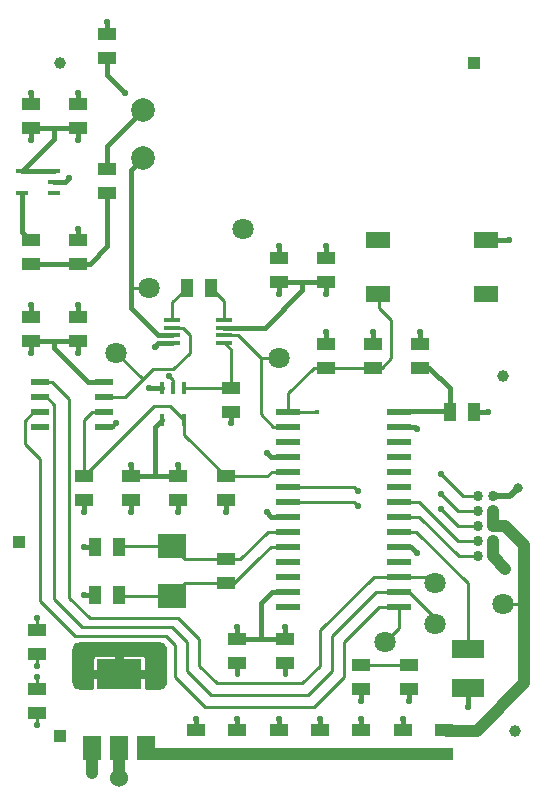
<source format=gbr>
%TF.GenerationSoftware,KiCad,Pcbnew,(5.1.9)-1*%
%TF.CreationDate,2021-03-12T11:46:56-05:00*%
%TF.ProjectId,SensorDemo,53656e73-6f72-4446-956d-6f2e6b696361,rev?*%
%TF.SameCoordinates,PX700e860PY7735940*%
%TF.FileFunction,Copper,L1,Top*%
%TF.FilePolarity,Positive*%
%FSLAX46Y46*%
G04 Gerber Fmt 4.6, Leading zero omitted, Abs format (unit mm)*
G04 Created by KiCad (PCBNEW (5.1.9)-1) date 2021-03-12 11:46:56*
%MOMM*%
%LPD*%
G01*
G04 APERTURE LIST*
%TA.AperFunction,SMDPad,CuDef*%
%ADD10R,1.000000X1.000000*%
%TD*%
%TA.AperFunction,SMDPad,CuDef*%
%ADD11C,1.000000*%
%TD*%
%TA.AperFunction,SMDPad,CuDef*%
%ADD12R,0.450000X1.100000*%
%TD*%
%TA.AperFunction,SMDPad,CuDef*%
%ADD13R,1.100000X0.450000*%
%TD*%
%TA.AperFunction,SMDPad,CuDef*%
%ADD14R,1.450000X0.300000*%
%TD*%
%TA.AperFunction,ComponentPad*%
%ADD15C,1.800000*%
%TD*%
%TA.AperFunction,SMDPad,CuDef*%
%ADD16C,0.863000*%
%TD*%
%TA.AperFunction,SMDPad,CuDef*%
%ADD17R,1.016000X1.524000*%
%TD*%
%TA.AperFunction,SMDPad,CuDef*%
%ADD18R,2.400000X2.000000*%
%TD*%
%TA.AperFunction,SMDPad,CuDef*%
%ADD19R,1.524000X1.016000*%
%TD*%
%TA.AperFunction,SMDPad,CuDef*%
%ADD20R,2.794000X1.524000*%
%TD*%
%TA.AperFunction,SMDPad,CuDef*%
%ADD21R,2.000000X0.600000*%
%TD*%
%TA.AperFunction,SMDPad,CuDef*%
%ADD22C,2.000000*%
%TD*%
%TA.AperFunction,SMDPad,CuDef*%
%ADD23R,1.500000X2.000000*%
%TD*%
%TA.AperFunction,SMDPad,CuDef*%
%ADD24R,3.800000X2.500000*%
%TD*%
%TA.AperFunction,SMDPad,CuDef*%
%ADD25R,1.550000X0.600000*%
%TD*%
%TA.AperFunction,SMDPad,CuDef*%
%ADD26R,2.100000X1.400000*%
%TD*%
%TA.AperFunction,ViaPad*%
%ADD27C,0.550000*%
%TD*%
%TA.AperFunction,ViaPad*%
%ADD28C,1.016000*%
%TD*%
%TA.AperFunction,ViaPad*%
%ADD29C,0.400000*%
%TD*%
%TA.AperFunction,ViaPad*%
%ADD30C,0.800000*%
%TD*%
%TA.AperFunction,ViaPad*%
%ADD31C,1.524000*%
%TD*%
%TA.AperFunction,Conductor*%
%ADD32C,0.381000*%
%TD*%
%TA.AperFunction,Conductor*%
%ADD33C,0.254000*%
%TD*%
%TA.AperFunction,Conductor*%
%ADD34C,1.016000*%
%TD*%
%TA.AperFunction,Conductor*%
%ADD35C,0.508000*%
%TD*%
%TA.AperFunction,Conductor*%
%ADD36C,0.100000*%
%TD*%
G04 APERTURE END LIST*
D10*
%TO.P,FD,~*%
%TO.N,N/C*%
X2000000Y22000000D03*
%TD*%
D11*
%TO.P,FD,~*%
%TO.N,N/C*%
X43000000Y36000000D03*
%TD*%
%TO.P,FD,~*%
%TO.N,N/C*%
X44000000Y6000000D03*
%TD*%
D10*
%TO.P,FD,~*%
%TO.N,N/C*%
X40500000Y62500000D03*
%TD*%
%TO.P,FD,~*%
%TO.N,N/C*%
X5500000Y5500000D03*
%TD*%
D11*
%TO.P,FD,~*%
%TO.N,N/C*%
X5500000Y62500000D03*
%TD*%
D12*
%TO.P,U5,5*%
%TO.N,/Vref*%
X16000000Y32300000D03*
%TO.P,U5,4*%
%TO.N,+3V3*%
X14100000Y32300000D03*
%TO.P,U5,3*%
X14100000Y35000000D03*
%TO.P,U5,2*%
%TO.N,GND*%
X15050000Y35000000D03*
%TO.P,U5,1*%
%TO.N,/Vbias*%
X16000000Y35000000D03*
%TD*%
D13*
%TO.P,U6,5*%
%TO.N,Net-(R10-Pad2)*%
X2300000Y51500000D03*
%TO.P,U6,4*%
%TO.N,+3V3*%
X2300000Y53400000D03*
%TO.P,U6,3*%
X5000000Y53400000D03*
%TO.P,U6,2*%
%TO.N,GND*%
X5000000Y52450000D03*
%TO.P,U6,1*%
%TO.N,N/C*%
X5000000Y51500000D03*
%TD*%
D14*
%TO.P,U4,8*%
%TO.N,Net-(R4-Pad2)*%
X19400000Y40750000D03*
%TO.P,U4,7*%
%TO.N,+3V3*%
X19400000Y40100000D03*
%TO.P,U4,6*%
%TO.N,/sensVal*%
X19400000Y39450000D03*
%TO.P,U4,5*%
%TO.N,/Vbias*%
X19400000Y38800000D03*
%TO.P,U4,4*%
%TO.N,GND*%
X15000000Y38800000D03*
%TO.P,U4,3*%
%TO.N,/Vsen*%
X15000000Y39450000D03*
%TO.P,U4,2*%
%TO.N,Net-(U3-Pad7)*%
X15000000Y40100000D03*
%TO.P,U4,1*%
%TO.N,Net-(R4-Pad1)*%
X15000000Y40750000D03*
%TD*%
D15*
%TO.P,Vsen,1*%
%TO.N,/Vsen*%
X13000000Y43500000D03*
%TD*%
%TO.P,Vdac,1*%
%TO.N,Net-(U3-Pad7)*%
X10250000Y38000000D03*
%TD*%
%TO.P,sensVal,1*%
%TO.N,/sensVal*%
X24000000Y37500000D03*
%TD*%
%TO.P,5V,1*%
%TO.N,+5V*%
X43000000Y16750000D03*
%TD*%
%TO.P,3V3,1*%
%TO.N,+3V3*%
X21000000Y48500000D03*
%TD*%
%TO.P,~CS,1*%
%TO.N,Net-(U2-Pad15)*%
X33000000Y13500000D03*
%TD*%
%TO.P,DIN,1*%
%TO.N,Net-(U2-Pad16)*%
X37250000Y15000000D03*
%TD*%
%TO.P,SCK,1*%
%TO.N,Net-(U2-Pad17)*%
X37250000Y18500000D03*
%TD*%
D16*
%TO.P,P1,6*%
%TO.N,/~MCLR*%
X40865000Y25900000D03*
%TO.P,P1,5*%
%TO.N,+3V3*%
X42135000Y25850000D03*
%TO.P,P1,7*%
%TO.N,/PGC*%
X40865000Y24580000D03*
%TO.P,P1,4*%
%TO.N,+5V*%
X42135000Y24580000D03*
%TO.P,P1,3*%
X42135000Y23310000D03*
%TO.P,P1,2*%
%TO.N,GND*%
X42135000Y22040000D03*
%TO.P,P1,1*%
X42135000Y20770000D03*
%TO.P,P1,8*%
%TO.N,/PGD*%
X40865000Y23310000D03*
%TO.P,P1,9*%
%TO.N,/ucRX*%
X40865000Y22040000D03*
%TO.P,P1,10*%
%TO.N,/ucTX*%
X40865000Y20770000D03*
%TD*%
D17*
%TO.P,C8,2*%
%TO.N,GND*%
X40516000Y33000000D03*
%TO.P,C8,1*%
%TO.N,Net-(C8-Pad1)*%
X38484000Y33000000D03*
%TD*%
D18*
%TO.P,X1,2*%
%TO.N,/OSC2*%
X15000000Y17400000D03*
%TO.P,X1,1*%
%TO.N,/OSC1*%
X15000000Y21600000D03*
%TD*%
D19*
%TO.P,R6,1*%
%TO.N,Net-(R10-Pad1)*%
X9500000Y51484000D03*
%TO.P,R6,2*%
%TO.N,Net-(R6-Pad2)*%
X9500000Y53516000D03*
%TD*%
D17*
%TO.P,R4,1*%
%TO.N,Net-(R4-Pad1)*%
X16234000Y43500000D03*
%TO.P,R4,2*%
%TO.N,Net-(R4-Pad2)*%
X18266000Y43500000D03*
%TD*%
D19*
%TO.P,C19,2*%
%TO.N,GND*%
X20000000Y32984000D03*
%TO.P,C19,1*%
%TO.N,/Vbias*%
X20000000Y35016000D03*
%TD*%
D20*
%TO.P,TC1,2*%
%TO.N,GND*%
X40000000Y9599000D03*
%TO.P,TC1,1*%
%TO.N,Net-(TC1-Pad1)*%
X40000000Y12901000D03*
%TD*%
D19*
%TO.P,C24,1*%
%TO.N,+3V3*%
X20500000Y13766000D03*
%TO.P,C24,2*%
%TO.N,GND*%
X20500000Y11734000D03*
%TD*%
%TO.P,C25,2*%
%TO.N,GND*%
X24500000Y11734000D03*
%TO.P,C25,1*%
%TO.N,+3V3*%
X24500000Y13766000D03*
%TD*%
D21*
%TO.P,U2,1*%
%TO.N,/~MCLR*%
X24800000Y33000000D03*
%TO.P,U2,2*%
%TO.N,/sensVal*%
X24800000Y31730000D03*
%TO.P,U2,3*%
%TO.N,N/C*%
X24800000Y30460000D03*
%TO.P,U2,4*%
%TO.N,GND*%
X24800000Y29190000D03*
%TO.P,U2,5*%
%TO.N,/Vref*%
X24800000Y27920000D03*
%TO.P,U2,6*%
%TO.N,/PGC*%
X24800000Y26650000D03*
%TO.P,U2,7*%
%TO.N,/PGD*%
X24800000Y25380000D03*
%TO.P,U2,8*%
%TO.N,GND*%
X24800000Y24110000D03*
%TO.P,U2,9*%
%TO.N,/OSC1*%
X24800000Y22840000D03*
%TO.P,U2,10*%
%TO.N,/OSC2*%
X24800000Y21570000D03*
%TO.P,U2,11*%
%TO.N,N/C*%
X24800000Y20300000D03*
%TO.P,U2,12*%
X24800000Y19030000D03*
%TO.P,U2,13*%
%TO.N,+3V3*%
X24800000Y17760000D03*
%TO.P,U2,14*%
%TO.N,N/C*%
X24800000Y16490000D03*
%TO.P,U2,15*%
%TO.N,Net-(U2-Pad15)*%
X34200000Y16490000D03*
%TO.P,U2,16*%
%TO.N,Net-(U2-Pad16)*%
X34200000Y17760000D03*
%TO.P,U2,17*%
%TO.N,Net-(U2-Pad17)*%
X34200000Y19030000D03*
%TO.P,U2,18*%
%TO.N,N/C*%
X34200000Y20300000D03*
%TO.P,U2,19*%
%TO.N,GND*%
X34200000Y21570000D03*
%TO.P,U2,20*%
%TO.N,Net-(TC1-Pad1)*%
X34200000Y22840000D03*
%TO.P,U2,21*%
%TO.N,/ucTX*%
X34200000Y24110000D03*
%TO.P,U2,22*%
%TO.N,/ucRX*%
X34200000Y25380000D03*
%TO.P,U2,23*%
%TO.N,N/C*%
X34200000Y26650000D03*
%TO.P,U2,24*%
X34200000Y27920000D03*
%TO.P,U2,25*%
X34200000Y29190000D03*
%TO.P,U2,26*%
X34200000Y30460000D03*
%TO.P,U2,27*%
%TO.N,GND*%
X34200000Y31730000D03*
%TO.P,U2,28*%
%TO.N,Net-(C8-Pad1)*%
X34200000Y33000000D03*
%TD*%
D19*
%TO.P,D1,1*%
%TO.N,Net-(D1-Pad1)*%
X31000000Y11516000D03*
%TO.P,D1,2*%
%TO.N,GND*%
X31000000Y9484000D03*
%TD*%
%TO.P,FB2,1*%
%TO.N,Net-(C8-Pad1)*%
X36000000Y36734000D03*
%TO.P,FB2,2*%
%TO.N,+3V3*%
X36000000Y38766000D03*
%TD*%
%TO.P,C16,2*%
%TO.N,GND*%
X3500000Y14516000D03*
%TO.P,C16,1*%
%TO.N,+3V3*%
X3500000Y12484000D03*
%TD*%
%TO.P,R9,2*%
%TO.N,GND*%
X9500000Y65016000D03*
%TO.P,R9,1*%
%TO.N,Net-(R9-Pad1)*%
X9500000Y62984000D03*
%TD*%
D22*
%TO.P,TP1,1*%
%TO.N,Net-(R6-Pad2)*%
X12500000Y58500000D03*
%TD*%
%TO.P,TP2,1*%
%TO.N,/Vsen*%
X12500000Y54500000D03*
%TD*%
D19*
%TO.P,R1,1*%
%TO.N,+3V3*%
X35000000Y9484000D03*
%TO.P,R1,2*%
%TO.N,Net-(D1-Pad1)*%
X35000000Y11516000D03*
%TD*%
D23*
%TO.P,U1,1*%
%TO.N,GND*%
X8200000Y4500000D03*
%TO.P,U1,2*%
%TO.N,+3V3*%
X10500000Y4500000D03*
%TO.P,U1,3*%
%TO.N,Net-(C10-Pad1)*%
X12800000Y4500000D03*
D24*
%TO.P,U1,4*%
%TO.N,+3V3*%
X10500000Y10800000D03*
%TD*%
D17*
%TO.P,C1,2*%
%TO.N,GND*%
X8484000Y21500000D03*
%TO.P,C1,1*%
%TO.N,/OSC1*%
X10516000Y21500000D03*
%TD*%
D19*
%TO.P,C2,1*%
%TO.N,/~MCLR*%
X28000000Y36734000D03*
%TO.P,C2,2*%
%TO.N,GND*%
X28000000Y38766000D03*
%TD*%
D17*
%TO.P,C3,2*%
%TO.N,GND*%
X8484000Y17500000D03*
%TO.P,C3,1*%
%TO.N,/OSC2*%
X10516000Y17500000D03*
%TD*%
D19*
%TO.P,C4,1*%
%TO.N,/Vref*%
X19500000Y27516000D03*
%TO.P,C4,2*%
%TO.N,GND*%
X19500000Y25484000D03*
%TD*%
%TO.P,C5,1*%
%TO.N,Net-(C10-Pad1)*%
X34500000Y3984000D03*
%TO.P,C5,2*%
%TO.N,GND*%
X34500000Y6016000D03*
%TD*%
%TO.P,C6,2*%
%TO.N,GND*%
X31000000Y6016000D03*
%TO.P,C6,1*%
%TO.N,Net-(C10-Pad1)*%
X31000000Y3984000D03*
%TD*%
%TO.P,C7,2*%
%TO.N,GND*%
X27500000Y6016000D03*
%TO.P,C7,1*%
%TO.N,Net-(C10-Pad1)*%
X27500000Y3984000D03*
%TD*%
%TO.P,C9,1*%
%TO.N,Net-(C10-Pad1)*%
X24000000Y3984000D03*
%TO.P,C9,2*%
%TO.N,GND*%
X24000000Y6016000D03*
%TD*%
%TO.P,C10,2*%
%TO.N,GND*%
X20500000Y6016000D03*
%TO.P,C10,1*%
%TO.N,Net-(C10-Pad1)*%
X20500000Y3984000D03*
%TD*%
%TO.P,C11,1*%
%TO.N,Net-(C10-Pad1)*%
X17000000Y3984000D03*
%TO.P,C11,2*%
%TO.N,GND*%
X17000000Y6016000D03*
%TD*%
%TO.P,C12,1*%
%TO.N,+3V3*%
X7000000Y38984000D03*
%TO.P,C12,2*%
%TO.N,GND*%
X7000000Y41016000D03*
%TD*%
%TO.P,C13,2*%
%TO.N,GND*%
X3000000Y41016000D03*
%TO.P,C13,1*%
%TO.N,+3V3*%
X3000000Y38984000D03*
%TD*%
%TO.P,C15,1*%
%TO.N,+3V3*%
X3500000Y9516000D03*
%TO.P,C15,2*%
%TO.N,GND*%
X3500000Y7484000D03*
%TD*%
%TO.P,C17,1*%
%TO.N,+3V3*%
X28000000Y43984000D03*
%TO.P,C17,2*%
%TO.N,GND*%
X28000000Y46016000D03*
%TD*%
%TO.P,C18,2*%
%TO.N,GND*%
X24000000Y46016000D03*
%TO.P,C18,1*%
%TO.N,+3V3*%
X24000000Y43984000D03*
%TD*%
%TO.P,C20,2*%
%TO.N,GND*%
X15500000Y25484000D03*
%TO.P,C20,1*%
%TO.N,+3V3*%
X15500000Y27516000D03*
%TD*%
%TO.P,C21,1*%
%TO.N,+3V3*%
X7000000Y56984000D03*
%TO.P,C21,2*%
%TO.N,GND*%
X7000000Y59016000D03*
%TD*%
%TO.P,C22,1*%
%TO.N,+3V3*%
X11500000Y27516000D03*
%TO.P,C22,2*%
%TO.N,GND*%
X11500000Y25484000D03*
%TD*%
%TO.P,C23,1*%
%TO.N,+3V3*%
X3000000Y56984000D03*
%TO.P,C23,2*%
%TO.N,GND*%
X3000000Y59016000D03*
%TD*%
%TO.P,R2,1*%
%TO.N,/OSC1*%
X19500000Y20516000D03*
%TO.P,R2,2*%
%TO.N,/OSC2*%
X19500000Y18484000D03*
%TD*%
%TO.P,R3,2*%
%TO.N,/~MCLR*%
X32000000Y36734000D03*
%TO.P,R3,1*%
%TO.N,+3V3*%
X32000000Y38766000D03*
%TD*%
%TO.P,R5,2*%
%TO.N,Net-(R10-Pad1)*%
X7000000Y45484000D03*
%TO.P,R5,1*%
%TO.N,+3V3*%
X7000000Y47516000D03*
%TD*%
%TO.P,R10,1*%
%TO.N,Net-(R10-Pad1)*%
X3000000Y45484000D03*
%TO.P,R10,2*%
%TO.N,Net-(R10-Pad2)*%
X3000000Y47516000D03*
%TD*%
D25*
%TO.P,U3,8*%
%TO.N,+3V3*%
X9200000Y35500000D03*
%TO.P,U3,7*%
%TO.N,Net-(U3-Pad7)*%
X9200000Y34230000D03*
%TO.P,U3,6*%
%TO.N,/Vref*%
X9200000Y32960000D03*
%TO.P,U3,5*%
%TO.N,GND*%
X9200000Y31690000D03*
%TO.P,U3,4*%
%TO.N,N/C*%
X3800000Y31690000D03*
%TO.P,U3,3*%
%TO.N,Net-(U2-Pad15)*%
X3800000Y32960000D03*
%TO.P,U3,2*%
%TO.N,Net-(U2-Pad16)*%
X3800000Y34230000D03*
%TO.P,U3,1*%
%TO.N,Net-(U2-Pad17)*%
X3800000Y35500000D03*
%TD*%
D19*
%TO.P,FB1,2*%
%TO.N,Net-(C10-Pad1)*%
X38000000Y3984000D03*
%TO.P,FB1,1*%
%TO.N,+5V*%
X38000000Y6016000D03*
%TD*%
%TO.P,C14,1*%
%TO.N,/Vref*%
X7500000Y27516000D03*
%TO.P,C14,2*%
%TO.N,GND*%
X7500000Y25484000D03*
%TD*%
D26*
%TO.P,K1,4*%
%TO.N,N/C*%
X41550000Y43000000D03*
%TO.P,K1,2*%
%TO.N,GND*%
X41550000Y47500000D03*
%TO.P,K1,3*%
%TO.N,/~MCLR*%
X32450000Y43000000D03*
%TO.P,K1,1*%
%TO.N,N/C*%
X32450000Y47500000D03*
%TD*%
D27*
%TO.N,GND*%
X20000000Y32000000D03*
X10250000Y32000000D03*
X14750000Y36000000D03*
X3000000Y42000000D03*
X7000000Y42000000D03*
X3000000Y60000000D03*
X7000000Y60000000D03*
X9500000Y66000000D03*
X28000000Y47000000D03*
X24000000Y47000000D03*
X28000000Y39750000D03*
X35750000Y31500000D03*
X35750000Y21000000D03*
X7500000Y24500000D03*
X11500000Y24500000D03*
X15500000Y24500000D03*
X19500000Y24500000D03*
X7500000Y21500000D03*
X7500000Y17500000D03*
D28*
X8200000Y2400000D03*
D27*
X17000000Y7000000D03*
X20500000Y7000000D03*
X24000000Y7000000D03*
X27500000Y7000000D03*
X31000000Y7000000D03*
X34500000Y7000000D03*
D29*
X20500000Y10750000D03*
X24500000Y10750000D03*
D27*
X31000000Y8500000D03*
X3500000Y6500000D03*
X3500000Y15500000D03*
X23000000Y29500000D03*
X6250000Y52750000D03*
X23000000Y24500000D03*
X13500000Y38500000D03*
X43500000Y47500000D03*
X40000000Y8000000D03*
D30*
X43200000Y19700000D03*
D27*
X41750000Y33000000D03*
%TO.N,+3V3*%
X7500000Y13000000D03*
X9000000Y13000000D03*
X10500000Y13000000D03*
X12000000Y13000000D03*
X13500000Y13000000D03*
X13500000Y11500000D03*
X13500000Y10000000D03*
X7500000Y11500000D03*
X7500000Y10000000D03*
X3000000Y38000000D03*
X7000000Y38000000D03*
X11500000Y28500000D03*
X15500000Y28500000D03*
X13000000Y35000000D03*
X3000000Y56000000D03*
X7000000Y56000000D03*
X24000000Y43000000D03*
X28000000Y43000000D03*
X32000000Y39750000D03*
X36000000Y39750000D03*
X20500000Y14750000D03*
X24500000Y14750000D03*
X35000000Y8500000D03*
D31*
X10500000Y2000000D03*
D27*
X3500000Y10500000D03*
X3500000Y11500000D03*
X7000000Y48500000D03*
D30*
X44250000Y26500000D03*
D27*
%TO.N,/PGD*%
X30750000Y25000000D03*
X37750000Y24750000D03*
%TO.N,/PGC*%
X30750000Y26250000D03*
X37750000Y26000000D03*
%TO.N,Net-(R9-Pad1)*%
X11000000Y60000000D03*
D29*
%TO.N,/Vsen*%
X12500000Y54500000D03*
D27*
%TO.N,/~MCLR*%
X37750000Y27750000D03*
D29*
X27250000Y33000000D03*
%TD*%
D32*
%TO.N,GND*%
X20000000Y32984000D02*
X20000000Y32000000D01*
D33*
X9940000Y31690000D02*
X10250000Y32000000D01*
X9200000Y31690000D02*
X9940000Y31690000D01*
X15050000Y35700000D02*
X14750000Y36000000D01*
X15050000Y35000000D02*
X15050000Y35700000D01*
D32*
X3000000Y41016000D02*
X3000000Y42000000D01*
X7000000Y41016000D02*
X7000000Y42000000D01*
X3000000Y59016000D02*
X3000000Y60000000D01*
X7000000Y59016000D02*
X7000000Y60000000D01*
X9500000Y65016000D02*
X9500000Y66000000D01*
X28000000Y46016000D02*
X28000000Y47000000D01*
X24000000Y46016000D02*
X24000000Y47000000D01*
X28000000Y38766000D02*
X28000000Y39750000D01*
X35520000Y31730000D02*
X35750000Y31500000D01*
X34200000Y31730000D02*
X35520000Y31730000D01*
X35180000Y21570000D02*
X35750000Y21000000D01*
X34200000Y21570000D02*
X35180000Y21570000D01*
X7500000Y25484000D02*
X7500000Y24500000D01*
X11500000Y25484000D02*
X11500000Y24500000D01*
X15500000Y25484000D02*
X15500000Y24500000D01*
X19500000Y25484000D02*
X19500000Y24500000D01*
X8484000Y21500000D02*
X7500000Y21500000D01*
X8484000Y17500000D02*
X7500000Y17500000D01*
D34*
X8200000Y4500000D02*
X8200000Y2400000D01*
D32*
X17000000Y6016000D02*
X17000000Y7000000D01*
X20500000Y6016000D02*
X20500000Y7000000D01*
X24000000Y6016000D02*
X24000000Y7000000D01*
X27500000Y6016000D02*
X27500000Y7000000D01*
X31000000Y6016000D02*
X31000000Y7000000D01*
X34500000Y6016000D02*
X34500000Y6000000D01*
X34500000Y6000000D02*
X34500000Y7000000D01*
X20500000Y11734000D02*
X20500000Y10750000D01*
X24500000Y11734000D02*
X24500000Y10750000D01*
X31000000Y9484000D02*
X31000000Y8500000D01*
D33*
X3500000Y7484000D02*
X3500000Y6500000D01*
X3500000Y14516000D02*
X3500000Y15500000D01*
D32*
X23310000Y29190000D02*
X23000000Y29500000D01*
X24800000Y29190000D02*
X23310000Y29190000D01*
X5950000Y52450000D02*
X6250000Y52750000D01*
X5000000Y52450000D02*
X5950000Y52450000D01*
X23390000Y24110000D02*
X23000000Y24500000D01*
X24800000Y24110000D02*
X23390000Y24110000D01*
X13800000Y38800000D02*
X13500000Y38500000D01*
X15000000Y38800000D02*
X13800000Y38800000D01*
X41550000Y47500000D02*
X43500000Y47500000D01*
X40000000Y9599000D02*
X40000000Y8000000D01*
D34*
X42135000Y22040000D02*
X42135000Y20965000D01*
X42135000Y20765000D02*
X43200000Y19700000D01*
D32*
X42135000Y20770000D02*
X42135000Y20765000D01*
X40516000Y33000000D02*
X41750000Y33000000D01*
%TO.N,+3V3*%
X3000000Y38984000D02*
X3000000Y38000000D01*
X7000000Y38984000D02*
X7000000Y38000000D01*
X5016000Y38984000D02*
X7000000Y38984000D01*
X3000000Y38984000D02*
X5016000Y38984000D01*
X11500000Y27516000D02*
X11500000Y28500000D01*
X15500000Y27516000D02*
X15500000Y28500000D01*
X14100000Y32300000D02*
X13500000Y31700000D01*
X13500000Y27532000D02*
X13484000Y27516000D01*
X13500000Y31700000D02*
X13500000Y27532000D01*
X13484000Y27516000D02*
X15500000Y27516000D01*
X11500000Y27516000D02*
X13484000Y27516000D01*
X14100000Y35000000D02*
X13000000Y35000000D01*
X3000000Y56984000D02*
X3000000Y56000000D01*
X7000000Y56984000D02*
X7000000Y56000000D01*
X24000000Y43984000D02*
X24000000Y43000000D01*
X28000000Y43984000D02*
X28000000Y43000000D01*
X26016000Y43984000D02*
X28000000Y43984000D01*
X24000000Y43984000D02*
X26016000Y43984000D01*
X32000000Y38766000D02*
X32000000Y39750000D01*
X36000000Y38766000D02*
X36000000Y39750000D01*
X20500000Y13766000D02*
X20500000Y13750000D01*
X20500000Y13750000D02*
X20500000Y14750000D01*
X24500000Y13766000D02*
X24500000Y14750000D01*
X23969898Y17760000D02*
X24800000Y17760000D01*
X24500000Y13766000D02*
X22484000Y13766000D01*
X22484000Y13766000D02*
X20500000Y13766000D01*
X35000000Y9484000D02*
X35000000Y8500000D01*
D34*
X10500000Y4500000D02*
X10500000Y2000000D01*
D33*
X3500000Y9516000D02*
X3500000Y10500000D01*
X3500000Y12484000D02*
X3500000Y11500000D01*
D32*
X5016000Y56116000D02*
X2300000Y53400000D01*
X5016000Y56984000D02*
X5016000Y56116000D01*
X3000000Y56984000D02*
X5016000Y56984000D01*
X5016000Y56984000D02*
X7000000Y56984000D01*
X2300000Y53400000D02*
X5000000Y53400000D01*
X7000000Y47516000D02*
X7000000Y48500000D01*
X23419000Y17760000D02*
X24800000Y17760000D01*
X22484000Y16825000D02*
X23419000Y17760000D01*
X22484000Y13766000D02*
X22484000Y16825000D01*
D35*
X43600000Y25850000D02*
X44250000Y26500000D01*
X42135000Y25850000D02*
X43600000Y25850000D01*
D32*
X26016000Y43266000D02*
X26016000Y43984000D01*
X22850000Y40100000D02*
X26016000Y43266000D01*
X19400000Y40100000D02*
X22850000Y40100000D01*
X7875000Y35500000D02*
X9200000Y35500000D01*
X5016000Y38359000D02*
X7875000Y35500000D01*
X5016000Y38984000D02*
X5016000Y38359000D01*
D33*
%TO.N,Net-(D1-Pad1)*%
X31000000Y11516000D02*
X35000000Y11516000D01*
%TO.N,/Vref*%
X16000000Y31016000D02*
X19500000Y27516000D01*
X16000000Y32300000D02*
X16000000Y31016000D01*
X16000000Y32300000D02*
X14800000Y33500000D01*
X14800000Y33500000D02*
X13484000Y33500000D01*
X13484000Y33500000D02*
X7500000Y27516000D01*
X7500000Y27516000D02*
X7500000Y32289000D01*
X7500000Y32289000D02*
X8171000Y32960000D01*
X8171000Y32960000D02*
X9200000Y32960000D01*
X23016000Y27516000D02*
X19500000Y27516000D01*
X23420000Y27920000D02*
X23016000Y27516000D01*
X24800000Y27920000D02*
X23420000Y27920000D01*
D34*
%TO.N,Net-(C10-Pad1)*%
X13316000Y3984000D02*
X12800000Y4500000D01*
X38000000Y3984000D02*
X13316000Y3984000D01*
D33*
%TO.N,Net-(C8-Pad1)*%
X34216000Y33016000D02*
X34200000Y33000000D01*
D32*
X38500000Y33016000D02*
X34216000Y33016000D01*
X38500000Y35000000D02*
X38500000Y33016000D01*
X36766000Y36734000D02*
X38500000Y35000000D01*
X36000000Y36734000D02*
X36766000Y36734000D01*
D33*
%TO.N,/Vbias*%
X19984000Y35000000D02*
X20000000Y35016000D01*
X16000000Y35000000D02*
X19984000Y35000000D01*
X20000000Y35016000D02*
X20000000Y37990000D01*
X20000000Y37990000D02*
X20000000Y38250000D01*
X20000000Y38250000D02*
X19500000Y38750000D01*
%TO.N,Net-(R4-Pad1)*%
X15000000Y40750000D02*
X15000000Y42250000D01*
X15000000Y42250000D02*
X16250000Y43500000D01*
%TO.N,Net-(R4-Pad2)*%
X19400000Y40750000D02*
X19400000Y42350000D01*
X19400000Y42350000D02*
X18250000Y43500000D01*
D32*
%TO.N,Net-(R10-Pad1)*%
X3000000Y45484000D02*
X7000000Y45484000D01*
X7000000Y45484000D02*
X7984000Y45484000D01*
X9500000Y47000000D02*
X9500000Y51484000D01*
X7984000Y45484000D02*
X9500000Y47000000D01*
%TO.N,Net-(R10-Pad2)*%
X2300000Y48216000D02*
X3000000Y47516000D01*
X2300000Y51500000D02*
X2300000Y48216000D01*
D33*
%TO.N,/ucRX*%
X34200000Y25380000D02*
X35870000Y25380000D01*
X39210000Y22040000D02*
X35870000Y25380000D01*
X40865000Y22040000D02*
X39210000Y22040000D01*
%TO.N,/ucTX*%
X34200000Y24110000D02*
X35890000Y24110000D01*
X39230000Y20770000D02*
X35890000Y24110000D01*
X40865000Y20770000D02*
X39230000Y20770000D01*
%TO.N,Net-(TC1-Pad1)*%
X34200000Y22840000D02*
X35660000Y22840000D01*
X35660000Y22840000D02*
X40000000Y18500000D01*
X40000000Y18500000D02*
X40000000Y13250000D01*
%TO.N,Net-(U2-Pad17)*%
X32030000Y19030000D02*
X34200000Y19030000D01*
X26000000Y10000000D02*
X27500000Y11500000D01*
X27500000Y11500000D02*
X27500000Y14500000D01*
X18750000Y10000000D02*
X26000000Y10000000D01*
X17250000Y11500000D02*
X18750000Y10000000D01*
X17250000Y13750000D02*
X17250000Y11500000D01*
X15500000Y15500000D02*
X17250000Y13750000D01*
X8000000Y15500000D02*
X15500000Y15500000D01*
X6250000Y17250000D02*
X8000000Y15500000D01*
X6250000Y34079000D02*
X6250000Y17250000D01*
X27500000Y14500000D02*
X32030000Y19030000D01*
X4829000Y35500000D02*
X6250000Y34079000D01*
X3800000Y35500000D02*
X4829000Y35500000D01*
X34200000Y19030000D02*
X36720000Y19030000D01*
X36720000Y19030000D02*
X37250000Y18500000D01*
%TO.N,Net-(U2-Pad16)*%
X28500000Y14000000D02*
X32260000Y17760000D01*
X18250000Y9000000D02*
X26500000Y9000000D01*
X16250000Y11000000D02*
X18250000Y9000000D01*
X16250000Y13500000D02*
X16250000Y11000000D01*
X15000000Y14750000D02*
X16250000Y13500000D01*
X28500000Y11000000D02*
X28500000Y14000000D01*
X7375000Y14750000D02*
X15000000Y14750000D01*
X5000000Y17125000D02*
X7375000Y14750000D01*
X32260000Y17760000D02*
X34200000Y17760000D01*
X5000000Y33579000D02*
X5000000Y17125000D01*
X4349000Y34230000D02*
X5000000Y33579000D01*
X26500000Y9000000D02*
X28500000Y11000000D01*
X3800000Y34230000D02*
X4349000Y34230000D01*
X37250000Y15000000D02*
X37250000Y15500000D01*
X37250000Y15500000D02*
X35000000Y17750000D01*
X35000000Y17750000D02*
X34250000Y17750000D01*
%TO.N,Net-(U2-Pad15)*%
X32490000Y16490000D02*
X34200000Y16490000D01*
X2500000Y30250000D02*
X3750000Y29000000D01*
X14500000Y14000000D02*
X15250000Y13250000D01*
X3210000Y32960000D02*
X2500000Y32250000D01*
X15250000Y13250000D02*
X15250000Y10500000D01*
X15250000Y10500000D02*
X17750000Y8000000D01*
X2500000Y32250000D02*
X2500000Y30250000D01*
X3800000Y32960000D02*
X3210000Y32960000D01*
X27000000Y8000000D02*
X29500000Y10500000D01*
X3750000Y29000000D02*
X3750000Y17000000D01*
X29500000Y10500000D02*
X29500000Y13500000D01*
X3750000Y17000000D02*
X6750000Y14000000D01*
X29500000Y13500000D02*
X32490000Y16490000D01*
X6750000Y14000000D02*
X14500000Y14000000D01*
X17750000Y8000000D02*
X27000000Y8000000D01*
X34200000Y16490000D02*
X34200000Y14700000D01*
X34200000Y14700000D02*
X33000000Y13500000D01*
%TO.N,/PGD*%
X30370000Y25380000D02*
X30750000Y25000000D01*
X24800000Y25380000D02*
X30370000Y25380000D01*
X39190000Y23310000D02*
X37750000Y24750000D01*
X40865000Y23310000D02*
X39190000Y23310000D01*
%TO.N,/PGC*%
X30350000Y26650000D02*
X30750000Y26250000D01*
X24800000Y26650000D02*
X30350000Y26650000D01*
X39170000Y24580000D02*
X40865000Y24580000D01*
X37750000Y26000000D02*
X39170000Y24580000D01*
%TO.N,/sensVal*%
X23546000Y31730000D02*
X24800000Y31730000D01*
X22500000Y32776000D02*
X23546000Y31730000D01*
X24000000Y37500000D02*
X22500000Y37500000D01*
X22500000Y37500000D02*
X22500000Y32776000D01*
X20550000Y39450000D02*
X22500000Y37500000D01*
X19400000Y39450000D02*
X20550000Y39450000D01*
%TO.N,Net-(U3-Pad7)*%
X9200000Y34230000D02*
X10980000Y34230000D01*
X10250000Y38000000D02*
X12500000Y35750000D01*
X10980000Y34230000D02*
X12500000Y35750000D01*
X15900000Y40100000D02*
X15000000Y40100000D01*
X16500000Y38000000D02*
X16500000Y39500000D01*
X16500000Y39500000D02*
X15900000Y40100000D01*
X15081001Y36581001D02*
X16500000Y38000000D01*
X13331001Y36581001D02*
X15081001Y36581001D01*
X12500000Y35750000D02*
X13331001Y36581001D01*
D32*
%TO.N,Net-(R6-Pad2)*%
X9500000Y55500000D02*
X12500000Y58500000D01*
X9500000Y53516000D02*
X9500000Y55500000D01*
%TO.N,Net-(R9-Pad1)*%
X9500000Y61500000D02*
X11000000Y60000000D01*
X9500000Y62984000D02*
X9500000Y61500000D01*
%TO.N,/Vsen*%
X11500001Y53500001D02*
X12500000Y54500000D01*
D33*
X11500000Y41731000D02*
X11500000Y41750000D01*
X13000000Y43500000D02*
X11500000Y43500000D01*
D32*
X11500000Y43500000D02*
X11500001Y53500001D01*
X11500000Y41750000D02*
X11500000Y43500000D01*
X13800000Y39450000D02*
X11500000Y41750000D01*
X15000000Y39450000D02*
X13800000Y39450000D01*
D33*
%TO.N,/OSC1*%
X10616000Y21600000D02*
X10516000Y21500000D01*
X15000000Y21600000D02*
X10616000Y21600000D01*
X16084000Y20516000D02*
X15000000Y21600000D01*
X19500000Y20516000D02*
X16084000Y20516000D01*
X23090000Y22840000D02*
X24800000Y22840000D01*
X20766000Y20516000D02*
X23090000Y22840000D01*
X19500000Y20516000D02*
X20766000Y20516000D01*
%TO.N,/OSC2*%
X24800000Y21570000D02*
X23320000Y21570000D01*
X23320000Y21570000D02*
X22250000Y20500000D01*
X10616000Y17400000D02*
X10516000Y17500000D01*
X15000000Y17400000D02*
X10616000Y17400000D01*
X16084000Y18484000D02*
X15000000Y17400000D01*
X19500000Y18484000D02*
X16084000Y18484000D01*
X20234000Y18484000D02*
X22250000Y20500000D01*
X19500000Y18484000D02*
X20234000Y18484000D01*
%TO.N,/~MCLR*%
X28000000Y36734000D02*
X32000000Y36734000D01*
X39600000Y25900000D02*
X40865000Y25900000D01*
X37750000Y27750000D02*
X39600000Y25900000D01*
X26984000Y36734000D02*
X28000000Y36734000D01*
X24800000Y34550000D02*
X26984000Y36734000D01*
X24800000Y33000000D02*
X24800000Y34550000D01*
X32500000Y41750000D02*
X32500000Y43000000D01*
X33500000Y40750000D02*
X32500000Y41750000D01*
X33500000Y37500000D02*
X33500000Y40750000D01*
X32734000Y36734000D02*
X33500000Y37500000D01*
X32000000Y36734000D02*
X32734000Y36734000D01*
X27250000Y33000000D02*
X25250000Y33000000D01*
D34*
%TO.N,+5V*%
X42135000Y24580000D02*
X42135000Y23365000D01*
X40750000Y6000000D02*
X38250000Y6000000D01*
X44750000Y10000000D02*
X40750000Y6000000D01*
X43190000Y23310000D02*
X44750000Y21750000D01*
X42135000Y23310000D02*
X43190000Y23310000D01*
D33*
X43000000Y16750000D02*
X44750000Y16750000D01*
D34*
X44750000Y16750000D02*
X44750000Y10000000D01*
X44750000Y21750000D02*
X44750000Y16750000D01*
%TD*%
D33*
%TO.N,+3V3*%
X13996197Y13354631D02*
X14118454Y13303990D01*
X14223436Y13223436D01*
X14303990Y13118454D01*
X14354631Y12996197D01*
X14373000Y12856672D01*
X14373000Y10143328D01*
X14354631Y10003803D01*
X14303990Y9881546D01*
X14223436Y9776564D01*
X14118454Y9696010D01*
X13996197Y9645369D01*
X13856672Y9627000D01*
X12782685Y9627000D01*
X12781000Y10450750D01*
X12685750Y10546000D01*
X10754000Y10546000D01*
X10754000Y10526000D01*
X10246000Y10526000D01*
X10246000Y10546000D01*
X8314250Y10546000D01*
X8219000Y10450750D01*
X8217315Y9627000D01*
X7143328Y9627000D01*
X7003803Y9645369D01*
X6881546Y9696010D01*
X6776564Y9776564D01*
X6696010Y9881546D01*
X6645369Y10003803D01*
X6627000Y10143328D01*
X6627000Y12050000D01*
X8217157Y12050000D01*
X8219000Y11149250D01*
X8314250Y11054000D01*
X10246000Y11054000D01*
X10246000Y12335750D01*
X10754000Y12335750D01*
X10754000Y11054000D01*
X12685750Y11054000D01*
X12781000Y11149250D01*
X12782843Y12050000D01*
X12775487Y12124689D01*
X12753701Y12196508D01*
X12718322Y12262696D01*
X12670711Y12320711D01*
X12612696Y12368322D01*
X12546508Y12403701D01*
X12474689Y12425487D01*
X12400000Y12432843D01*
X10849250Y12431000D01*
X10754000Y12335750D01*
X10246000Y12335750D01*
X10150750Y12431000D01*
X8600000Y12432843D01*
X8525311Y12425487D01*
X8453492Y12403701D01*
X8387304Y12368322D01*
X8329289Y12320711D01*
X8281678Y12262696D01*
X8246299Y12196508D01*
X8224513Y12124689D01*
X8217157Y12050000D01*
X6627000Y12050000D01*
X6627000Y12856672D01*
X6645369Y12996197D01*
X6696010Y13118454D01*
X6776564Y13223436D01*
X6881546Y13303990D01*
X7003803Y13354631D01*
X7143328Y13373000D01*
X13856672Y13373000D01*
X13996197Y13354631D01*
%TA.AperFunction,Conductor*%
D36*
G36*
X13996197Y13354631D02*
G01*
X14118454Y13303990D01*
X14223436Y13223436D01*
X14303990Y13118454D01*
X14354631Y12996197D01*
X14373000Y12856672D01*
X14373000Y10143328D01*
X14354631Y10003803D01*
X14303990Y9881546D01*
X14223436Y9776564D01*
X14118454Y9696010D01*
X13996197Y9645369D01*
X13856672Y9627000D01*
X12782685Y9627000D01*
X12781000Y10450750D01*
X12685750Y10546000D01*
X10754000Y10546000D01*
X10754000Y10526000D01*
X10246000Y10526000D01*
X10246000Y10546000D01*
X8314250Y10546000D01*
X8219000Y10450750D01*
X8217315Y9627000D01*
X7143328Y9627000D01*
X7003803Y9645369D01*
X6881546Y9696010D01*
X6776564Y9776564D01*
X6696010Y9881546D01*
X6645369Y10003803D01*
X6627000Y10143328D01*
X6627000Y12050000D01*
X8217157Y12050000D01*
X8219000Y11149250D01*
X8314250Y11054000D01*
X10246000Y11054000D01*
X10246000Y12335750D01*
X10754000Y12335750D01*
X10754000Y11054000D01*
X12685750Y11054000D01*
X12781000Y11149250D01*
X12782843Y12050000D01*
X12775487Y12124689D01*
X12753701Y12196508D01*
X12718322Y12262696D01*
X12670711Y12320711D01*
X12612696Y12368322D01*
X12546508Y12403701D01*
X12474689Y12425487D01*
X12400000Y12432843D01*
X10849250Y12431000D01*
X10754000Y12335750D01*
X10246000Y12335750D01*
X10150750Y12431000D01*
X8600000Y12432843D01*
X8525311Y12425487D01*
X8453492Y12403701D01*
X8387304Y12368322D01*
X8329289Y12320711D01*
X8281678Y12262696D01*
X8246299Y12196508D01*
X8224513Y12124689D01*
X8217157Y12050000D01*
X6627000Y12050000D01*
X6627000Y12856672D01*
X6645369Y12996197D01*
X6696010Y13118454D01*
X6776564Y13223436D01*
X6881546Y13303990D01*
X7003803Y13354631D01*
X7143328Y13373000D01*
X13856672Y13373000D01*
X13996197Y13354631D01*
G37*
%TD.AperFunction*%
%TD*%
M02*

</source>
